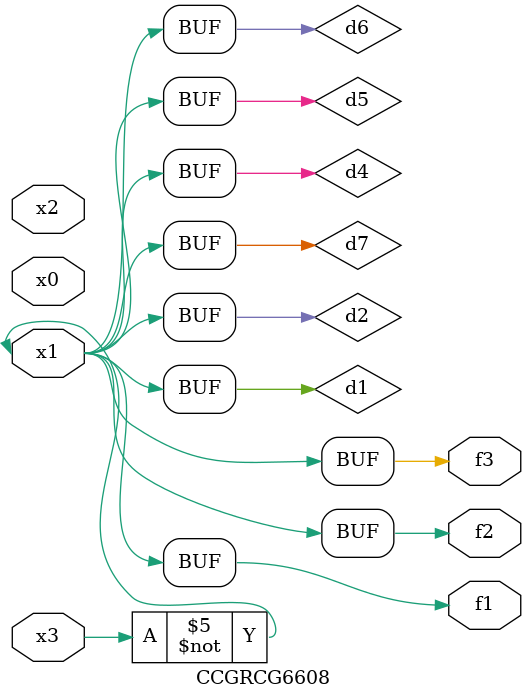
<source format=v>
module CCGRCG6608(
	input x0, x1, x2, x3,
	output f1, f2, f3
);

	wire d1, d2, d3, d4, d5, d6, d7;

	not (d1, x3);
	buf (d2, x1);
	xnor (d3, d1, d2);
	nor (d4, d1);
	buf (d5, d1, d2);
	buf (d6, d4, d5);
	nand (d7, d4);
	assign f1 = d6;
	assign f2 = d7;
	assign f3 = d6;
endmodule

</source>
